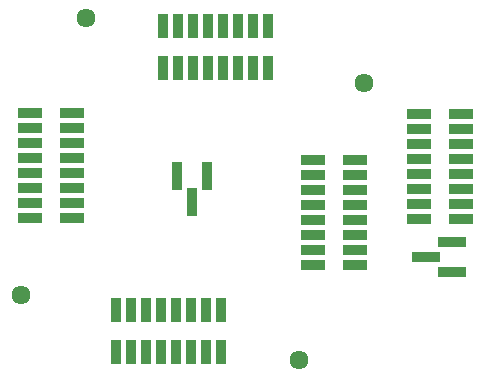
<source format=gts>
G75*
%MOIN*%
%OFA0B0*%
%FSLAX25Y25*%
%IPPOS*%
%LPD*%
%AMOC8*
5,1,8,0,0,1.08239X$1,22.5*
%
%ADD10R,0.03392X0.09258*%
%ADD11R,0.03392X0.08471*%
%ADD12R,0.08471X0.03392*%
%ADD13R,0.09258X0.03392*%
%ADD14C,0.06337*%
D10*
X0146669Y0207299D03*
X0141669Y0215961D03*
X0151669Y0215961D03*
D11*
X0121295Y0157398D03*
X0126295Y0157398D03*
X0131295Y0157398D03*
X0136295Y0157398D03*
X0141295Y0157398D03*
X0146295Y0157398D03*
X0151295Y0157398D03*
X0156295Y0157398D03*
X0156295Y0171374D03*
X0151295Y0171374D03*
X0146295Y0171374D03*
X0141295Y0171374D03*
X0136295Y0171374D03*
X0131295Y0171374D03*
X0126295Y0171374D03*
X0121295Y0171374D03*
X0137043Y0251886D03*
X0142043Y0251886D03*
X0147043Y0251886D03*
X0152043Y0251886D03*
X0157043Y0251886D03*
X0162043Y0251886D03*
X0167043Y0251886D03*
X0172043Y0251886D03*
X0172043Y0265862D03*
X0167043Y0265862D03*
X0162043Y0265862D03*
X0157043Y0265862D03*
X0152043Y0265862D03*
X0147043Y0265862D03*
X0142043Y0265862D03*
X0137043Y0265862D03*
D12*
X0106413Y0237004D03*
X0106413Y0232004D03*
X0106413Y0227004D03*
X0106413Y0222004D03*
X0106413Y0217004D03*
X0106413Y0212004D03*
X0106413Y0207004D03*
X0106413Y0202004D03*
X0092437Y0202004D03*
X0092437Y0207004D03*
X0092437Y0212004D03*
X0092437Y0217004D03*
X0092437Y0222004D03*
X0092437Y0227004D03*
X0092437Y0232004D03*
X0092437Y0237004D03*
X0186925Y0221256D03*
X0186925Y0216256D03*
X0186925Y0211256D03*
X0186925Y0206256D03*
X0186925Y0201256D03*
X0186925Y0196256D03*
X0186925Y0191256D03*
X0186925Y0186256D03*
X0200902Y0186256D03*
X0200902Y0191256D03*
X0200902Y0196256D03*
X0200902Y0201256D03*
X0200902Y0206256D03*
X0200902Y0211256D03*
X0200902Y0216256D03*
X0200902Y0221256D03*
X0222358Y0221610D03*
X0222358Y0226610D03*
X0222358Y0231610D03*
X0222358Y0236610D03*
X0236335Y0236610D03*
X0236335Y0231610D03*
X0236335Y0226610D03*
X0236335Y0221610D03*
X0236335Y0216610D03*
X0236335Y0211610D03*
X0236335Y0206610D03*
X0236335Y0201610D03*
X0222358Y0201610D03*
X0222358Y0206610D03*
X0222358Y0211610D03*
X0222358Y0216610D03*
D13*
X0233283Y0194189D03*
X0233283Y0184189D03*
X0224622Y0189189D03*
D14*
X0182102Y0154543D03*
X0203756Y0247063D03*
X0111236Y0268717D03*
X0089583Y0176197D03*
M02*

</source>
